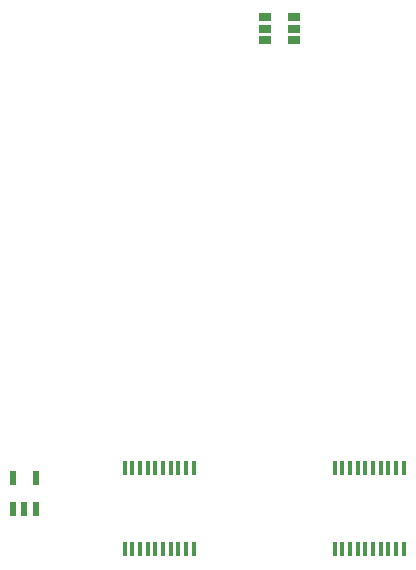
<source format=gtp>
G75*
G70*
%OFA0B0*%
%FSLAX24Y24*%
%IPPOS*%
%LPD*%
%AMOC8*
5,1,8,0,0,1.08239X$1,22.5*
%
%ADD10R,0.0157X0.0472*%
%ADD11R,0.0217X0.0472*%
%ADD12R,0.0394X0.0276*%
D10*
X009840Y006303D03*
X010096Y006303D03*
X010352Y006303D03*
X010608Y006303D03*
X010864Y006303D03*
X011120Y006303D03*
X011376Y006303D03*
X011632Y006303D03*
X011888Y006303D03*
X012143Y006303D03*
X012143Y009000D03*
X011888Y009000D03*
X011632Y009000D03*
X011376Y009000D03*
X011120Y009000D03*
X010864Y009000D03*
X010608Y009000D03*
X010352Y009000D03*
X010096Y009000D03*
X009840Y009000D03*
X016840Y009000D03*
X017096Y009000D03*
X017352Y009000D03*
X017608Y009000D03*
X017864Y009000D03*
X018120Y009000D03*
X018376Y009000D03*
X018632Y009000D03*
X018888Y009000D03*
X019143Y009000D03*
X019143Y006303D03*
X018888Y006303D03*
X018632Y006303D03*
X018376Y006303D03*
X018120Y006303D03*
X017864Y006303D03*
X017608Y006303D03*
X017352Y006303D03*
X017096Y006303D03*
X016840Y006303D03*
D11*
X006128Y007649D03*
X006502Y007649D03*
X006876Y007649D03*
X006876Y008673D03*
X006128Y008673D03*
D12*
X014529Y023287D03*
X014529Y023661D03*
X014529Y024035D03*
X015474Y024035D03*
X015474Y023661D03*
X015474Y023287D03*
M02*

</source>
